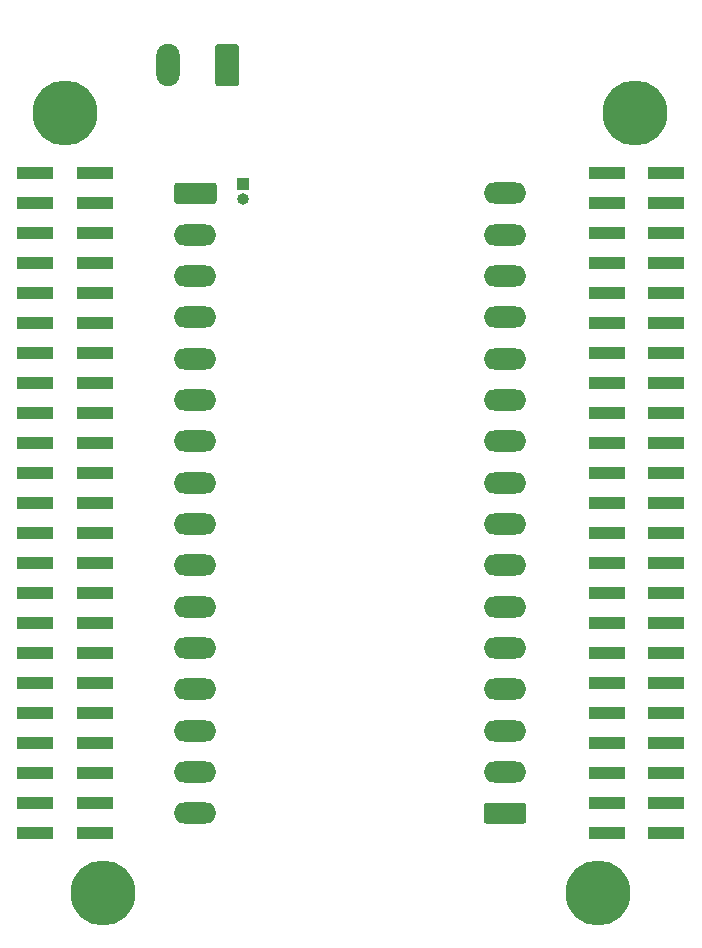
<source format=gbs>
%TF.GenerationSoftware,KiCad,Pcbnew,5.1.10*%
%TF.CreationDate,2021-06-14T02:10:03+02:00*%
%TF.ProjectId,output-cape-v1,6f757470-7574-42d6-9361-70652d76312e,1*%
%TF.SameCoordinates,Original*%
%TF.FileFunction,Soldermask,Bot*%
%TF.FilePolarity,Negative*%
%FSLAX46Y46*%
G04 Gerber Fmt 4.6, Leading zero omitted, Abs format (unit mm)*
G04 Created by KiCad (PCBNEW 5.1.10) date 2021-06-14 02:10:03*
%MOMM*%
%LPD*%
G01*
G04 APERTURE LIST*
%ADD10O,1.000000X1.000000*%
%ADD11R,1.000000X1.000000*%
%ADD12R,3.150000X1.000000*%
%ADD13O,3.600000X1.800000*%
%ADD14O,2.000000X3.600000*%
%ADD15C,5.500000*%
G04 APERTURE END LIST*
D10*
%TO.C,JP101*%
X97100000Y-81270000D03*
D11*
X97100000Y-80000000D03*
%TD*%
D12*
%TO.C,U104*%
X127925000Y-134987000D03*
X132975000Y-134987000D03*
X127925000Y-132447000D03*
X132975000Y-132447000D03*
X127925000Y-129907000D03*
X132975000Y-129907000D03*
X127925000Y-127367000D03*
X132975000Y-127367000D03*
X127925000Y-124827000D03*
X132975000Y-124827000D03*
X127925000Y-122287000D03*
X132975000Y-122287000D03*
X127925000Y-119747000D03*
X132975000Y-119747000D03*
X127925000Y-117207000D03*
X132975000Y-117207000D03*
X127925000Y-114667000D03*
X132975000Y-114667000D03*
X127925000Y-112127000D03*
X132975000Y-112127000D03*
X127925000Y-109587000D03*
X132975000Y-109587000D03*
X127925000Y-107047000D03*
X132975000Y-107047000D03*
X127925000Y-104507000D03*
X132975000Y-104507000D03*
X127925000Y-101967000D03*
X132975000Y-101967000D03*
X127925000Y-99427000D03*
X132975000Y-99427000D03*
X127925000Y-96887000D03*
X132975000Y-96887000D03*
X127925000Y-94347000D03*
X132975000Y-94347000D03*
X127925000Y-91807000D03*
X132975000Y-91807000D03*
X127925000Y-89267000D03*
X132975000Y-89267000D03*
X127925000Y-86727000D03*
X132975000Y-86727000D03*
X127925000Y-84187000D03*
X132975000Y-84187000D03*
X127925000Y-81647000D03*
X132975000Y-81647000D03*
X127925000Y-79107000D03*
X132975000Y-79107000D03*
%TD*%
D13*
%TO.C,J102*%
X119300000Y-80800000D03*
X119300000Y-84300000D03*
X119300000Y-87800000D03*
X119300000Y-91300000D03*
X119300000Y-94800000D03*
X119300000Y-98300000D03*
X119300000Y-101800000D03*
X119300000Y-105300000D03*
X119300000Y-108800000D03*
X119300000Y-112300000D03*
X119300000Y-115800000D03*
X119300000Y-119300000D03*
X119300000Y-122800000D03*
X119300000Y-126300000D03*
X119300000Y-129800000D03*
G36*
G01*
X120850000Y-134200000D02*
X117750000Y-134200000D01*
G75*
G02*
X117500000Y-133950000I0J250000D01*
G01*
X117500000Y-132650000D01*
G75*
G02*
X117750000Y-132400000I250000J0D01*
G01*
X120850000Y-132400000D01*
G75*
G02*
X121100000Y-132650000I0J-250000D01*
G01*
X121100000Y-133950000D01*
G75*
G02*
X120850000Y-134200000I-250000J0D01*
G01*
G37*
%TD*%
%TO.C,J101*%
X93100000Y-133300000D03*
X93100000Y-129800000D03*
X93100000Y-126300000D03*
X93100000Y-122800000D03*
X93100000Y-119300000D03*
X93100000Y-115800000D03*
X93100000Y-112300000D03*
X93100000Y-108800000D03*
X93100000Y-105300000D03*
X93100000Y-101800000D03*
X93100000Y-98300000D03*
X93100000Y-94800000D03*
X93100000Y-91300000D03*
X93100000Y-87800000D03*
X93100000Y-84300000D03*
G36*
G01*
X91550000Y-79900000D02*
X94650000Y-79900000D01*
G75*
G02*
X94900000Y-80150000I0J-250000D01*
G01*
X94900000Y-81450000D01*
G75*
G02*
X94650000Y-81700000I-250000J0D01*
G01*
X91550000Y-81700000D01*
G75*
G02*
X91300000Y-81450000I0J250000D01*
G01*
X91300000Y-80150000D01*
G75*
G02*
X91550000Y-79900000I250000J0D01*
G01*
G37*
%TD*%
D12*
%TO.C,U103*%
X79538000Y-134987000D03*
X84588000Y-134987000D03*
X79538000Y-132447000D03*
X84588000Y-132447000D03*
X79538000Y-129907000D03*
X84588000Y-129907000D03*
X79538000Y-127367000D03*
X84588000Y-127367000D03*
X79538000Y-124827000D03*
X84588000Y-124827000D03*
X79538000Y-122287000D03*
X84588000Y-122287000D03*
X79538000Y-119747000D03*
X84588000Y-119747000D03*
X79538000Y-117207000D03*
X84588000Y-117207000D03*
X79538000Y-114667000D03*
X84588000Y-114667000D03*
X79538000Y-112127000D03*
X84588000Y-112127000D03*
X79538000Y-109587000D03*
X84588000Y-109587000D03*
X79538000Y-107047000D03*
X84588000Y-107047000D03*
X79538000Y-104507000D03*
X84588000Y-104507000D03*
X79538000Y-101967000D03*
X84588000Y-101967000D03*
X79538000Y-99427000D03*
X84588000Y-99427000D03*
X79538000Y-96887000D03*
X84588000Y-96887000D03*
X79538000Y-94347000D03*
X84588000Y-94347000D03*
X79538000Y-91807000D03*
X84588000Y-91807000D03*
X79538000Y-89267000D03*
X84588000Y-89267000D03*
X79538000Y-86727000D03*
X84588000Y-86727000D03*
X79538000Y-84187000D03*
X84588000Y-84187000D03*
X79538000Y-81647000D03*
X84588000Y-81647000D03*
X79538000Y-79107000D03*
X84588000Y-79107000D03*
%TD*%
D14*
%TO.C,J103*%
X90779000Y-69963000D03*
G36*
G01*
X96779000Y-68413000D02*
X96779000Y-71513000D01*
G75*
G02*
X96529000Y-71763000I-250000J0D01*
G01*
X95029000Y-71763000D01*
G75*
G02*
X94779000Y-71513000I0J250000D01*
G01*
X94779000Y-68413000D01*
G75*
G02*
X95029000Y-68163000I250000J0D01*
G01*
X96529000Y-68163000D01*
G75*
G02*
X96779000Y-68413000I0J-250000D01*
G01*
G37*
%TD*%
D15*
%TO.C,H104*%
X127153080Y-140046680D03*
%TD*%
%TO.C,H103*%
X85243080Y-140046680D03*
%TD*%
%TO.C,H102*%
X130328080Y-74006680D03*
%TD*%
%TO.C,H101*%
X82068080Y-74009220D03*
%TD*%
M02*

</source>
